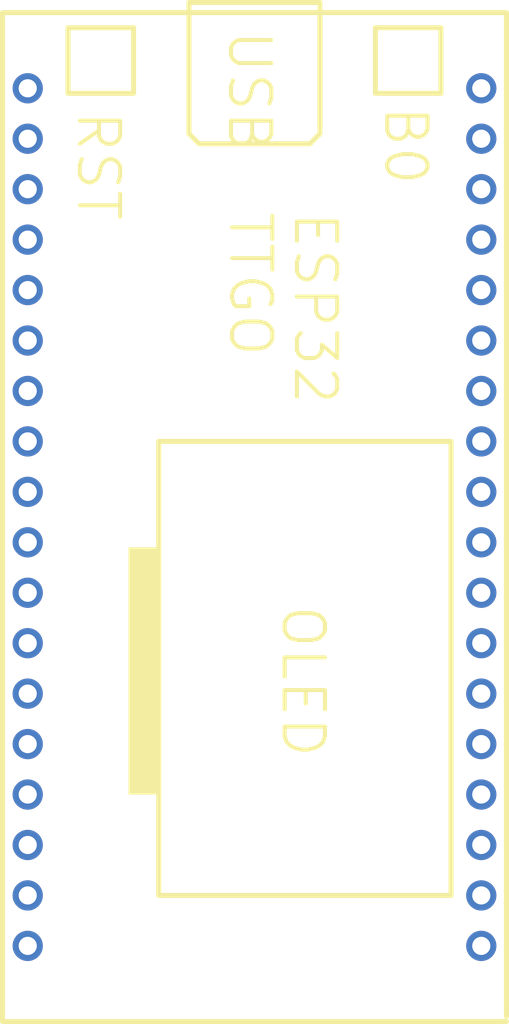
<source format=kicad_pcb>
(kicad_pcb (version 20171130) (host pcbnew 5.1.9)

  (general
    (thickness 1.6)
    (drawings 28)
    (tracks 36)
    (zones 0)
    (modules 0)
    (nets 4)
  )

  (page A4)
  (layers
    (0 F.Cu signal)
    (31 B.Cu signal)
    (32 B.Adhes user)
    (33 F.Adhes user)
    (34 B.Paste user)
    (35 F.Paste user)
    (36 B.SilkS user)
    (37 F.SilkS user)
    (38 B.Mask user)
    (39 F.Mask user)
    (40 Dwgs.User user)
    (41 Cmts.User user)
    (42 Eco1.User user)
    (43 Eco2.User user)
    (44 Edge.Cuts user)
    (45 Margin user)
    (46 B.CrtYd user)
    (47 F.CrtYd user)
    (48 B.Fab user hide)
    (49 F.Fab user hide)
  )

  (setup
    (last_trace_width 0.25)
    (trace_clearance 0.2)
    (zone_clearance 0.508)
    (zone_45_only no)
    (trace_min 0.2)
    (via_size 0.8)
    (via_drill 0.4)
    (via_min_size 0.4)
    (via_min_drill 0.3)
    (uvia_size 0.3)
    (uvia_drill 0.1)
    (uvias_allowed no)
    (uvia_min_size 0.2)
    (uvia_min_drill 0.1)
    (edge_width 0.05)
    (segment_width 0.2)
    (pcb_text_width 0.3)
    (pcb_text_size 1.5 1.5)
    (mod_edge_width 0.12)
    (mod_text_size 1 1)
    (mod_text_width 0.15)
    (pad_size 1.524 1.524)
    (pad_drill 0.762)
    (pad_to_mask_clearance 0)
    (aux_axis_origin 0 0)
    (visible_elements FFFFFF7F)
    (pcbplotparams
      (layerselection 0x010fc_ffffffff)
      (usegerberextensions false)
      (usegerberattributes true)
      (usegerberadvancedattributes true)
      (creategerberjobfile true)
      (excludeedgelayer true)
      (linewidth 0.100000)
      (plotframeref false)
      (viasonmask false)
      (mode 1)
      (useauxorigin false)
      (hpglpennumber 1)
      (hpglpenspeed 20)
      (hpglpendiameter 15.000000)
      (psnegative false)
      (psa4output false)
      (plotreference true)
      (plotvalue true)
      (plotinvisibletext false)
      (padsonsilk false)
      (subtractmaskfromsilk false)
      (outputformat 1)
      (mirror false)
      (drillshape 1)
      (scaleselection 1)
      (outputdirectory ""))
  )

  (net 0 "")
  (net 1 GND)
  (net 2 5V)
  (net 3 3V3)

  (net_class Default "This is the default net class."
    (clearance 0.2)
    (trace_width 0.25)
    (via_dia 0.8)
    (via_drill 0.4)
    (uvia_dia 0.3)
    (uvia_drill 0.1)
    (add_net 3V3)
    (add_net 5V)
    (add_net GND)
  )

  (gr_line (start 222.994 70.712) (end 222.994 74.014) (layer F.SilkS) (width 0.254))
  (gr_line (start 222.994 74.014) (end 219.692 74.014) (layer F.SilkS) (width 0.254))
  (gr_line (start 219.692 74.014) (end 219.692 70.712) (layer F.SilkS) (width 0.254))
  (gr_line (start 219.692 70.712) (end 222.994 70.712) (layer F.SilkS) (width 0.254))
  (gr_line (start 232.392 69.442) (end 232.392 76.046) (layer F.SilkS) (width 0.254))
  (gr_line (start 232.392 76.046) (end 231.884 76.554) (layer F.SilkS) (width 0.254))
  (gr_line (start 231.884 76.554) (end 226.296 76.554) (layer F.SilkS) (width 0.254))
  (gr_line (start 226.296 76.554) (end 225.788 76.046) (layer F.SilkS) (width 0.254))
  (gr_line (start 225.788 76.046) (end 225.788 69.442) (layer F.SilkS) (width 0.254))
  (gr_line (start 225.788 69.442) (end 232.392 69.442) (layer F.SilkS) (width 0.254))
  (gr_line (start 238.488 70.712) (end 238.488 74.014) (layer F.SilkS) (width 0.254))
  (gr_line (start 238.488 74.014) (end 235.186 74.014) (layer F.SilkS) (width 0.254))
  (gr_line (start 235.186 74.014) (end 235.186 70.712) (layer F.SilkS) (width 0.254))
  (gr_line (start 235.186 70.712) (end 238.488 70.712) (layer F.SilkS) (width 0.254))
  (gr_line (start 238.996 91.54) (end 224.264 91.54) (layer F.SilkS) (width 0.254))
  (gr_line (start 238.996 114.4) (end 224.264 114.4) (layer F.SilkS) (width 0.254))
  (gr_line (start 224.264 114.4) (end 224.264 91.54) (layer F.SilkS) (width 0.254))
  (gr_line (start 238.996 91.54) (end 238.996 114.4) (layer F.SilkS) (width 0.254))
  (gr_line (start 216.39 120.75) (end 216.39 69.95) (layer F.SilkS) (width 0.254))
  (gr_line (start 241.79 69.95) (end 241.79 120.496) (layer F.SilkS) (width 0.254))
  (gr_line (start 241.79 69.95) (end 216.39 69.95) (layer F.SilkS) (width 0.254))
  (gr_line (start 241.79 120.75) (end 216.39 120.75) (layer F.SilkS) (width 0.254))
  (gr_text "ESP32\nTTGO" (at 230.523 79.856 270) (layer F.SilkS)
    (effects (font (size 2.032 2.032) (thickness 0.203)) (justify left))
  )
  (gr_text OLED (at 231.539 99.668 270) (layer F.SilkS)
    (effects (font (size 2.032 2.032) (thickness 0.203)) (justify left))
  )
  (gr_text B0 (at 236.71 74.522 270) (layer F.SilkS)
    (effects (font (size 2.032 2.032) (thickness 0.203)) (justify left))
  )
  (gr_text RST (at 221.216 74.776 270) (layer F.SilkS)
    (effects (font (size 2.032 2.032) (thickness 0.203)) (justify left))
  )
  (gr_text USB (at 228.836 70.712 270) (layer F.SilkS)
    (effects (font (size 2.032 2.032) (thickness 0.203)) (justify left))
  )
  (gr_poly (pts (xy 224.264 96.874) (xy 222.74 96.874) (xy 222.74 109.32) (xy 224.264 109.32)) (layer F.SilkS) (width 0))

  (via (at 240.52 94.08) (size 1.524) (drill 0.914) (layers F.Cu B.Cu) (net 0))
  (via (at 217.66 94.08) (size 1.524) (drill 0.914) (layers F.Cu B.Cu) (net 0))
  (via (at 217.66 81.38) (size 1.524) (drill 0.914) (layers F.Cu B.Cu) (net 0))
  (via (at 217.66 83.92) (size 1.524) (drill 0.914) (layers F.Cu B.Cu) (net 0))
  (via (at 217.66 86.46) (size 1.524) (drill 0.914) (layers F.Cu B.Cu) (net 0))
  (via (at 217.66 89) (size 1.524) (drill 0.914) (layers F.Cu B.Cu) (net 0))
  (via (at 217.66 91.54) (size 1.524) (drill 0.914) (layers F.Cu B.Cu) (net 0))
  (via (at 217.66 96.62) (size 1.524) (drill 0.914) (layers F.Cu B.Cu) (net 0))
  (via (at 217.66 99.16) (size 1.524) (drill 0.914) (layers F.Cu B.Cu) (net 0))
  (via (at 217.66 101.7) (size 1.524) (drill 0.914) (layers F.Cu B.Cu) (net 0))
  (via (at 217.66 104.24) (size 1.524) (drill 0.914) (layers F.Cu B.Cu) (net 0))
  (via (at 217.66 106.78) (size 1.524) (drill 0.914) (layers F.Cu B.Cu) (net 0))
  (via (at 217.66 109.32) (size 1.524) (drill 0.914) (layers F.Cu B.Cu) (net 0))
  (via (at 217.66 111.86) (size 1.524) (drill 0.914) (layers F.Cu B.Cu) (net 0))
  (via (at 217.66 114.4) (size 1.524) (drill 0.914) (layers F.Cu B.Cu) (net 0))
  (via (at 217.66 116.94) (size 1.524) (drill 0.914) (layers F.Cu B.Cu) (net 0))
  (via (at 240.52 81.38) (size 1.524) (drill 0.914) (layers F.Cu B.Cu) (net 0))
  (via (at 240.52 83.92) (size 1.524) (drill 0.914) (layers F.Cu B.Cu) (net 0))
  (via (at 240.52 86.46) (size 1.524) (drill 0.914) (layers F.Cu B.Cu) (net 0))
  (via (at 240.52 89) (size 1.524) (drill 0.914) (layers F.Cu B.Cu) (net 0))
  (via (at 240.52 91.54) (size 1.524) (drill 0.914) (layers F.Cu B.Cu) (net 0))
  (via (at 240.52 96.62) (size 1.524) (drill 0.914) (layers F.Cu B.Cu) (net 0))
  (via (at 240.52 99.16) (size 1.524) (drill 0.914) (layers F.Cu B.Cu) (net 0))
  (via (at 240.52 101.7) (size 1.524) (drill 0.914) (layers F.Cu B.Cu) (net 0))
  (via (at 240.52 104.24) (size 1.524) (drill 0.914) (layers F.Cu B.Cu) (net 0))
  (via (at 240.52 106.78) (size 1.524) (drill 0.914) (layers F.Cu B.Cu) (net 0))
  (via (at 240.52 109.32) (size 1.524) (drill 0.914) (layers F.Cu B.Cu) (net 0))
  (via (at 240.52 111.86) (size 1.524) (drill 0.914) (layers F.Cu B.Cu) (net 0))
  (via (at 240.52 114.4) (size 1.524) (drill 0.914) (layers F.Cu B.Cu) (net 0))
  (via (at 240.52 116.94) (size 1.524) (drill 0.914) (layers F.Cu B.Cu) (net 0))
  (via (at 217.66 73.76) (size 1.524) (drill 0.914) (layers F.Cu B.Cu) (net 1))
  (via (at 240.52 73.76) (size 1.524) (drill 0.914) (layers F.Cu B.Cu) (net 1))
  (via (at 217.66 76.3) (size 1.524) (drill 0.914) (layers F.Cu B.Cu) (net 2))
  (via (at 240.52 76.3) (size 1.524) (drill 0.914) (layers F.Cu B.Cu) (net 2))
  (via (at 217.66 78.84) (size 1.524) (drill 0.914) (layers F.Cu B.Cu) (net 3))
  (via (at 240.52 78.84) (size 1.524) (drill 0.914) (layers F.Cu B.Cu) (net 3))

)

</source>
